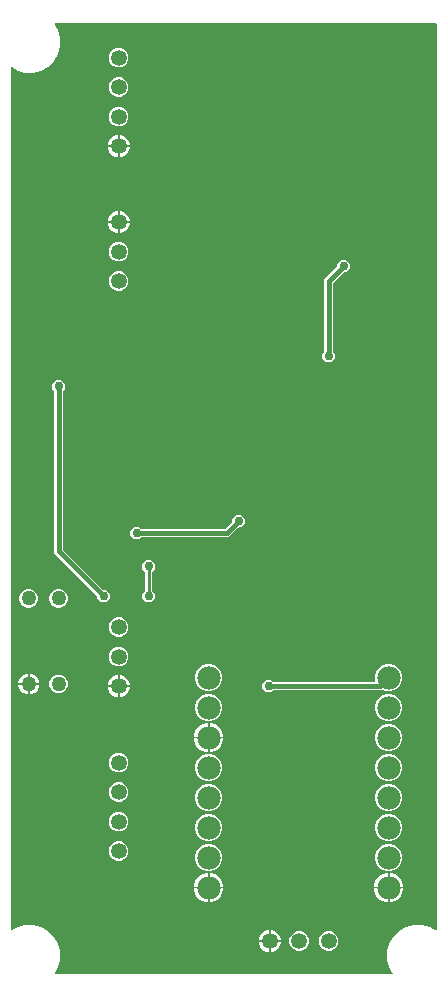
<source format=gbr>
G04 EAGLE Gerber RS-274X export*
G75*
%MOMM*%
%FSLAX34Y34*%
%LPD*%
%INBottom Copper*%
%IPPOS*%
%AMOC8*
5,1,8,0,0,1.08239X$1,22.5*%
G01*
G04 Define Apertures*
%ADD10C,1.348000*%
%ADD11C,1.260000*%
%ADD12C,1.980000*%
%ADD13C,0.756400*%
%ADD14C,0.406400*%
%ADD15C,0.254000*%
G36*
X79045Y-434280D02*
X78748Y-434340D01*
X-205748Y-434340D01*
X-206108Y-434250D01*
X-206341Y-434056D01*
X-206481Y-433787D01*
X-206504Y-433485D01*
X-206408Y-433197D01*
X-203704Y-428514D01*
X-201930Y-421893D01*
X-201930Y-415037D01*
X-203704Y-408416D01*
X-207132Y-402479D01*
X-211979Y-397632D01*
X-217916Y-394204D01*
X-224537Y-392430D01*
X-231393Y-392430D01*
X-238014Y-394204D01*
X-242697Y-396908D01*
X-243054Y-397010D01*
X-243353Y-396959D01*
X-243608Y-396795D01*
X-243780Y-396545D01*
X-243840Y-396248D01*
X-243840Y332748D01*
X-243750Y333108D01*
X-243556Y333341D01*
X-243287Y333481D01*
X-242985Y333504D01*
X-242697Y333408D01*
X-238014Y330704D01*
X-231393Y328930D01*
X-224537Y328930D01*
X-217916Y330704D01*
X-211979Y334132D01*
X-207132Y338979D01*
X-203704Y344916D01*
X-201930Y351537D01*
X-201930Y358393D01*
X-203704Y365014D01*
X-206408Y369697D01*
X-206510Y370054D01*
X-206459Y370353D01*
X-206295Y370608D01*
X-206045Y370780D01*
X-205748Y370840D01*
X116078Y370840D01*
X116353Y370789D01*
X116608Y370625D01*
X116780Y370375D01*
X116840Y370078D01*
X116840Y-396248D01*
X116750Y-396608D01*
X116556Y-396841D01*
X116287Y-396981D01*
X115985Y-397004D01*
X115697Y-396908D01*
X111014Y-394204D01*
X104393Y-392430D01*
X97537Y-392430D01*
X90916Y-394204D01*
X84979Y-397632D01*
X80132Y-402479D01*
X76704Y-408416D01*
X74930Y-415037D01*
X74930Y-421893D01*
X76704Y-428514D01*
X79408Y-433197D01*
X79510Y-433554D01*
X79459Y-433853D01*
X79295Y-434108D01*
X79045Y-434280D01*
G37*
%LPC*%
G36*
X-154044Y333436D02*
X-150756Y333436D01*
X-147719Y334694D01*
X-145394Y337019D01*
X-144136Y340056D01*
X-144136Y343344D01*
X-145394Y346381D01*
X-147719Y348706D01*
X-150756Y349964D01*
X-154044Y349964D01*
X-157081Y348706D01*
X-159406Y346381D01*
X-160664Y343344D01*
X-160664Y340056D01*
X-159406Y337019D01*
X-157081Y334694D01*
X-154044Y333436D01*
G37*
G36*
X-154044Y308436D02*
X-150756Y308436D01*
X-147719Y309694D01*
X-145394Y312019D01*
X-144136Y315056D01*
X-144136Y318344D01*
X-145394Y321381D01*
X-147719Y323706D01*
X-150756Y324964D01*
X-154044Y324964D01*
X-157081Y323706D01*
X-159406Y321381D01*
X-160664Y318344D01*
X-160664Y315056D01*
X-159406Y312019D01*
X-157081Y309694D01*
X-154044Y308436D01*
G37*
G36*
X-154044Y283436D02*
X-150756Y283436D01*
X-147719Y284694D01*
X-145394Y287019D01*
X-144136Y290056D01*
X-144136Y293344D01*
X-145394Y296381D01*
X-147719Y298706D01*
X-150756Y299964D01*
X-154044Y299964D01*
X-157081Y298706D01*
X-159406Y296381D01*
X-160664Y293344D01*
X-160664Y290056D01*
X-159406Y287019D01*
X-157081Y284694D01*
X-154044Y283436D01*
G37*
G36*
X-161680Y267462D02*
X-153162Y267462D01*
X-153162Y275980D01*
X-154246Y275980D01*
X-157657Y274567D01*
X-160267Y271957D01*
X-161680Y268546D01*
X-161680Y267462D01*
G37*
G36*
X-151638Y267462D02*
X-143120Y267462D01*
X-143120Y268546D01*
X-144533Y271957D01*
X-147143Y274567D01*
X-150554Y275980D01*
X-151638Y275980D01*
X-151638Y267462D01*
G37*
G36*
X-151638Y257420D02*
X-150554Y257420D01*
X-147143Y258833D01*
X-144533Y261443D01*
X-143120Y264854D01*
X-143120Y265938D01*
X-151638Y265938D01*
X-151638Y257420D01*
G37*
G36*
X-154246Y257420D02*
X-153162Y257420D01*
X-153162Y265938D01*
X-161680Y265938D01*
X-161680Y264854D01*
X-160267Y261443D01*
X-157657Y258833D01*
X-154246Y257420D01*
G37*
G36*
X-161680Y203162D02*
X-153162Y203162D01*
X-153162Y211680D01*
X-154246Y211680D01*
X-157657Y210267D01*
X-160267Y207657D01*
X-161680Y204246D01*
X-161680Y203162D01*
G37*
G36*
X-151638Y203162D02*
X-143120Y203162D01*
X-143120Y204246D01*
X-144533Y207657D01*
X-147143Y210267D01*
X-150554Y211680D01*
X-151638Y211680D01*
X-151638Y203162D01*
G37*
G36*
X-151638Y193120D02*
X-150554Y193120D01*
X-147143Y194533D01*
X-144533Y197143D01*
X-143120Y200554D01*
X-143120Y201638D01*
X-151638Y201638D01*
X-151638Y193120D01*
G37*
G36*
X-154246Y193120D02*
X-153162Y193120D01*
X-153162Y201638D01*
X-161680Y201638D01*
X-161680Y200554D01*
X-160267Y197143D01*
X-157657Y194533D01*
X-154246Y193120D01*
G37*
G36*
X-154044Y169136D02*
X-150756Y169136D01*
X-147719Y170394D01*
X-145394Y172719D01*
X-144136Y175756D01*
X-144136Y179044D01*
X-145394Y182081D01*
X-147719Y184406D01*
X-150756Y185664D01*
X-154044Y185664D01*
X-157081Y184406D01*
X-159406Y182081D01*
X-160664Y179044D01*
X-160664Y175756D01*
X-159406Y172719D01*
X-157081Y170394D01*
X-154044Y169136D01*
G37*
G36*
X23202Y83594D02*
X27598Y83594D01*
X30706Y86702D01*
X30706Y91098D01*
X29179Y92625D01*
X29016Y92866D01*
X28956Y93163D01*
X28956Y150611D01*
X29012Y150897D01*
X29179Y151150D01*
X37600Y159571D01*
X37841Y159734D01*
X38139Y159794D01*
X40298Y159794D01*
X43406Y162902D01*
X43406Y167298D01*
X40298Y170406D01*
X35902Y170406D01*
X32794Y167298D01*
X32794Y165139D01*
X32738Y164853D01*
X32571Y164600D01*
X21844Y153873D01*
X21844Y93163D01*
X21788Y92877D01*
X21621Y92625D01*
X20094Y91098D01*
X20094Y86702D01*
X23202Y83594D01*
G37*
G36*
X-154044Y144136D02*
X-150756Y144136D01*
X-147719Y145394D01*
X-145394Y147719D01*
X-144136Y150756D01*
X-144136Y154044D01*
X-145394Y157081D01*
X-147719Y159406D01*
X-150756Y160664D01*
X-154044Y160664D01*
X-157081Y159406D01*
X-159406Y157081D01*
X-160664Y154044D01*
X-160664Y150756D01*
X-159406Y147719D01*
X-157081Y145394D01*
X-154044Y144136D01*
G37*
G36*
X-167298Y-119606D02*
X-162902Y-119606D01*
X-159794Y-116498D01*
X-159794Y-112102D01*
X-162902Y-108994D01*
X-165061Y-108994D01*
X-165347Y-108938D01*
X-165600Y-108771D01*
X-199421Y-74950D01*
X-199584Y-74709D01*
X-199644Y-74411D01*
X-199644Y59237D01*
X-199588Y59523D01*
X-199421Y59775D01*
X-197894Y61302D01*
X-197894Y65698D01*
X-201002Y68806D01*
X-205398Y68806D01*
X-208506Y65698D01*
X-208506Y61302D01*
X-206979Y59775D01*
X-206816Y59534D01*
X-206756Y59237D01*
X-206756Y-77673D01*
X-170629Y-113800D01*
X-170466Y-114041D01*
X-170406Y-114339D01*
X-170406Y-116498D01*
X-167298Y-119606D01*
G37*
G36*
X-139358Y-66266D02*
X-134962Y-66266D01*
X-133435Y-64739D01*
X-133194Y-64576D01*
X-132897Y-64516D01*
X-59487Y-64516D01*
X-51300Y-56329D01*
X-51059Y-56166D01*
X-50761Y-56106D01*
X-48602Y-56106D01*
X-45494Y-52998D01*
X-45494Y-48602D01*
X-48602Y-45494D01*
X-52998Y-45494D01*
X-56106Y-48602D01*
X-56106Y-50761D01*
X-56162Y-51047D01*
X-56329Y-51300D01*
X-62210Y-57181D01*
X-62451Y-57344D01*
X-62749Y-57404D01*
X-132897Y-57404D01*
X-133183Y-57348D01*
X-133435Y-57181D01*
X-134962Y-55654D01*
X-139358Y-55654D01*
X-142466Y-58762D01*
X-142466Y-63158D01*
X-139358Y-66266D01*
G37*
G36*
X-129198Y-119606D02*
X-124802Y-119606D01*
X-121694Y-116498D01*
X-121694Y-112102D01*
X-123983Y-109813D01*
X-124146Y-109572D01*
X-124206Y-109275D01*
X-124206Y-93925D01*
X-124150Y-93639D01*
X-123983Y-93387D01*
X-121694Y-91098D01*
X-121694Y-86702D01*
X-124802Y-83594D01*
X-129198Y-83594D01*
X-132306Y-86702D01*
X-132306Y-91098D01*
X-130017Y-93387D01*
X-129854Y-93628D01*
X-129794Y-93925D01*
X-129794Y-109275D01*
X-129850Y-109561D01*
X-130017Y-109813D01*
X-132306Y-112102D01*
X-132306Y-116498D01*
X-129198Y-119606D01*
G37*
G36*
X-204756Y-124024D02*
X-201644Y-124024D01*
X-198768Y-122833D01*
X-196567Y-120632D01*
X-195376Y-117756D01*
X-195376Y-114644D01*
X-196567Y-111768D01*
X-198768Y-109567D01*
X-201644Y-108376D01*
X-204756Y-108376D01*
X-207632Y-109567D01*
X-209833Y-111768D01*
X-211024Y-114644D01*
X-211024Y-117756D01*
X-209833Y-120632D01*
X-207632Y-122833D01*
X-204756Y-124024D01*
G37*
G36*
X-230156Y-124024D02*
X-227044Y-124024D01*
X-224168Y-122833D01*
X-221967Y-120632D01*
X-220776Y-117756D01*
X-220776Y-114644D01*
X-221967Y-111768D01*
X-224168Y-109567D01*
X-227044Y-108376D01*
X-230156Y-108376D01*
X-233032Y-109567D01*
X-235233Y-111768D01*
X-236424Y-114644D01*
X-236424Y-117756D01*
X-235233Y-120632D01*
X-233032Y-122833D01*
X-230156Y-124024D01*
G37*
G36*
X-154044Y-148764D02*
X-150756Y-148764D01*
X-147719Y-147506D01*
X-145394Y-145181D01*
X-144136Y-142144D01*
X-144136Y-138856D01*
X-145394Y-135819D01*
X-147719Y-133494D01*
X-150756Y-132236D01*
X-154044Y-132236D01*
X-157081Y-133494D01*
X-159406Y-135819D01*
X-160664Y-138856D01*
X-160664Y-142144D01*
X-159406Y-145181D01*
X-157081Y-147506D01*
X-154044Y-148764D01*
G37*
G36*
X-154044Y-173764D02*
X-150756Y-173764D01*
X-147719Y-172506D01*
X-145394Y-170181D01*
X-144136Y-167144D01*
X-144136Y-163856D01*
X-145394Y-160819D01*
X-147719Y-158494D01*
X-150756Y-157236D01*
X-154044Y-157236D01*
X-157081Y-158494D01*
X-159406Y-160819D01*
X-160664Y-163856D01*
X-160664Y-167144D01*
X-159406Y-170181D01*
X-157081Y-172506D01*
X-154044Y-173764D01*
G37*
G36*
X-78472Y-194564D02*
X-73928Y-194564D01*
X-69729Y-192825D01*
X-66515Y-189611D01*
X-64776Y-185412D01*
X-64776Y-180868D01*
X-66515Y-176669D01*
X-69729Y-173455D01*
X-73928Y-171716D01*
X-78472Y-171716D01*
X-82671Y-173455D01*
X-85885Y-176669D01*
X-87624Y-180868D01*
X-87624Y-185412D01*
X-85885Y-189611D01*
X-82671Y-192825D01*
X-78472Y-194564D01*
G37*
G36*
X-27598Y-195806D02*
X-23202Y-195806D01*
X-21675Y-194279D01*
X-21434Y-194116D01*
X-21137Y-194056D01*
X70313Y-194056D01*
X70652Y-193717D01*
X70888Y-193556D01*
X71185Y-193493D01*
X71483Y-193551D01*
X73928Y-194564D01*
X78472Y-194564D01*
X82671Y-192825D01*
X85885Y-189611D01*
X87624Y-185412D01*
X87624Y-180868D01*
X85885Y-176669D01*
X82671Y-173455D01*
X78472Y-171716D01*
X73928Y-171716D01*
X69729Y-173455D01*
X66515Y-176669D01*
X64776Y-180868D01*
X64776Y-185412D01*
X64974Y-185890D01*
X65032Y-186158D01*
X64981Y-186457D01*
X64817Y-186712D01*
X64567Y-186884D01*
X64270Y-186944D01*
X-21137Y-186944D01*
X-21423Y-186888D01*
X-21675Y-186721D01*
X-23202Y-185194D01*
X-27598Y-185194D01*
X-30706Y-188302D01*
X-30706Y-192698D01*
X-27598Y-195806D01*
G37*
G36*
X-237440Y-187838D02*
X-229362Y-187838D01*
X-229362Y-179760D01*
X-230358Y-179760D01*
X-233607Y-181106D01*
X-236094Y-183593D01*
X-237440Y-186842D01*
X-237440Y-187838D01*
G37*
G36*
X-227838Y-187838D02*
X-219760Y-187838D01*
X-219760Y-186842D01*
X-221106Y-183593D01*
X-223593Y-181106D01*
X-226842Y-179760D01*
X-227838Y-179760D01*
X-227838Y-187838D01*
G37*
G36*
X-204756Y-196424D02*
X-201644Y-196424D01*
X-198768Y-195233D01*
X-196567Y-193032D01*
X-195376Y-190156D01*
X-195376Y-187044D01*
X-196567Y-184168D01*
X-198768Y-181967D01*
X-201644Y-180776D01*
X-204756Y-180776D01*
X-207632Y-181967D01*
X-209833Y-184168D01*
X-211024Y-187044D01*
X-211024Y-190156D01*
X-209833Y-193032D01*
X-207632Y-195233D01*
X-204756Y-196424D01*
G37*
G36*
X-161680Y-189738D02*
X-153162Y-189738D01*
X-153162Y-181220D01*
X-154246Y-181220D01*
X-157657Y-182633D01*
X-160267Y-185243D01*
X-161680Y-188654D01*
X-161680Y-189738D01*
G37*
G36*
X-151638Y-189738D02*
X-143120Y-189738D01*
X-143120Y-188654D01*
X-144533Y-185243D01*
X-147143Y-182633D01*
X-150554Y-181220D01*
X-151638Y-181220D01*
X-151638Y-189738D01*
G37*
G36*
X-230358Y-197440D02*
X-229362Y-197440D01*
X-229362Y-189362D01*
X-237440Y-189362D01*
X-237440Y-190358D01*
X-236094Y-193607D01*
X-233607Y-196094D01*
X-230358Y-197440D01*
G37*
G36*
X-227838Y-197440D02*
X-226842Y-197440D01*
X-223593Y-196094D01*
X-221106Y-193607D01*
X-219760Y-190358D01*
X-219760Y-189362D01*
X-227838Y-189362D01*
X-227838Y-197440D01*
G37*
G36*
X-151638Y-199780D02*
X-150554Y-199780D01*
X-147143Y-198367D01*
X-144533Y-195757D01*
X-143120Y-192346D01*
X-143120Y-191262D01*
X-151638Y-191262D01*
X-151638Y-199780D01*
G37*
G36*
X-154246Y-199780D02*
X-153162Y-199780D01*
X-153162Y-191262D01*
X-161680Y-191262D01*
X-161680Y-192346D01*
X-160267Y-195757D01*
X-157657Y-198367D01*
X-154246Y-199780D01*
G37*
G36*
X73928Y-219964D02*
X78472Y-219964D01*
X82671Y-218225D01*
X85885Y-215011D01*
X87624Y-210812D01*
X87624Y-206268D01*
X85885Y-202069D01*
X82671Y-198855D01*
X78472Y-197116D01*
X73928Y-197116D01*
X69729Y-198855D01*
X66515Y-202069D01*
X64776Y-206268D01*
X64776Y-210812D01*
X66515Y-215011D01*
X69729Y-218225D01*
X73928Y-219964D01*
G37*
G36*
X-78472Y-219964D02*
X-73928Y-219964D01*
X-69729Y-218225D01*
X-66515Y-215011D01*
X-64776Y-210812D01*
X-64776Y-206268D01*
X-66515Y-202069D01*
X-69729Y-198855D01*
X-73928Y-197116D01*
X-78472Y-197116D01*
X-82671Y-198855D01*
X-85885Y-202069D01*
X-87624Y-206268D01*
X-87624Y-210812D01*
X-85885Y-215011D01*
X-82671Y-218225D01*
X-78472Y-219964D01*
G37*
G36*
X-88640Y-233178D02*
X-76962Y-233178D01*
X-76962Y-221500D01*
X-78674Y-221500D01*
X-83247Y-223394D01*
X-86746Y-226893D01*
X-88640Y-231466D01*
X-88640Y-233178D01*
G37*
G36*
X-75438Y-233178D02*
X-63760Y-233178D01*
X-63760Y-231466D01*
X-65654Y-226893D01*
X-69153Y-223394D01*
X-73726Y-221500D01*
X-75438Y-221500D01*
X-75438Y-233178D01*
G37*
G36*
X73928Y-245364D02*
X78472Y-245364D01*
X82671Y-243625D01*
X85885Y-240411D01*
X87624Y-236212D01*
X87624Y-231668D01*
X85885Y-227469D01*
X82671Y-224255D01*
X78472Y-222516D01*
X73928Y-222516D01*
X69729Y-224255D01*
X66515Y-227469D01*
X64776Y-231668D01*
X64776Y-236212D01*
X66515Y-240411D01*
X69729Y-243625D01*
X73928Y-245364D01*
G37*
G36*
X-75438Y-246380D02*
X-73726Y-246380D01*
X-69153Y-244486D01*
X-65654Y-240987D01*
X-63760Y-236414D01*
X-63760Y-234702D01*
X-75438Y-234702D01*
X-75438Y-246380D01*
G37*
G36*
X-78674Y-246380D02*
X-76962Y-246380D01*
X-76962Y-234702D01*
X-88640Y-234702D01*
X-88640Y-236414D01*
X-86746Y-240987D01*
X-83247Y-244486D01*
X-78674Y-246380D01*
G37*
G36*
X-154044Y-263464D02*
X-150756Y-263464D01*
X-147719Y-262206D01*
X-145394Y-259881D01*
X-144136Y-256844D01*
X-144136Y-253556D01*
X-145394Y-250519D01*
X-147719Y-248194D01*
X-150756Y-246936D01*
X-154044Y-246936D01*
X-157081Y-248194D01*
X-159406Y-250519D01*
X-160664Y-253556D01*
X-160664Y-256844D01*
X-159406Y-259881D01*
X-157081Y-262206D01*
X-154044Y-263464D01*
G37*
G36*
X73928Y-270764D02*
X78472Y-270764D01*
X82671Y-269025D01*
X85885Y-265811D01*
X87624Y-261612D01*
X87624Y-257068D01*
X85885Y-252869D01*
X82671Y-249655D01*
X78472Y-247916D01*
X73928Y-247916D01*
X69729Y-249655D01*
X66515Y-252869D01*
X64776Y-257068D01*
X64776Y-261612D01*
X66515Y-265811D01*
X69729Y-269025D01*
X73928Y-270764D01*
G37*
G36*
X-78472Y-270764D02*
X-73928Y-270764D01*
X-69729Y-269025D01*
X-66515Y-265811D01*
X-64776Y-261612D01*
X-64776Y-257068D01*
X-66515Y-252869D01*
X-69729Y-249655D01*
X-73928Y-247916D01*
X-78472Y-247916D01*
X-82671Y-249655D01*
X-85885Y-252869D01*
X-87624Y-257068D01*
X-87624Y-261612D01*
X-85885Y-265811D01*
X-82671Y-269025D01*
X-78472Y-270764D01*
G37*
G36*
X-154044Y-288464D02*
X-150756Y-288464D01*
X-147719Y-287206D01*
X-145394Y-284881D01*
X-144136Y-281844D01*
X-144136Y-278556D01*
X-145394Y-275519D01*
X-147719Y-273194D01*
X-150756Y-271936D01*
X-154044Y-271936D01*
X-157081Y-273194D01*
X-159406Y-275519D01*
X-160664Y-278556D01*
X-160664Y-281844D01*
X-159406Y-284881D01*
X-157081Y-287206D01*
X-154044Y-288464D01*
G37*
G36*
X73928Y-296164D02*
X78472Y-296164D01*
X82671Y-294425D01*
X85885Y-291211D01*
X87624Y-287012D01*
X87624Y-282468D01*
X85885Y-278269D01*
X82671Y-275055D01*
X78472Y-273316D01*
X73928Y-273316D01*
X69729Y-275055D01*
X66515Y-278269D01*
X64776Y-282468D01*
X64776Y-287012D01*
X66515Y-291211D01*
X69729Y-294425D01*
X73928Y-296164D01*
G37*
G36*
X-78472Y-296164D02*
X-73928Y-296164D01*
X-69729Y-294425D01*
X-66515Y-291211D01*
X-64776Y-287012D01*
X-64776Y-282468D01*
X-66515Y-278269D01*
X-69729Y-275055D01*
X-73928Y-273316D01*
X-78472Y-273316D01*
X-82671Y-275055D01*
X-85885Y-278269D01*
X-87624Y-282468D01*
X-87624Y-287012D01*
X-85885Y-291211D01*
X-82671Y-294425D01*
X-78472Y-296164D01*
G37*
G36*
X-154044Y-313464D02*
X-150756Y-313464D01*
X-147719Y-312206D01*
X-145394Y-309881D01*
X-144136Y-306844D01*
X-144136Y-303556D01*
X-145394Y-300519D01*
X-147719Y-298194D01*
X-150756Y-296936D01*
X-154044Y-296936D01*
X-157081Y-298194D01*
X-159406Y-300519D01*
X-160664Y-303556D01*
X-160664Y-306844D01*
X-159406Y-309881D01*
X-157081Y-312206D01*
X-154044Y-313464D01*
G37*
G36*
X73928Y-321564D02*
X78472Y-321564D01*
X82671Y-319825D01*
X85885Y-316611D01*
X87624Y-312412D01*
X87624Y-307868D01*
X85885Y-303669D01*
X82671Y-300455D01*
X78472Y-298716D01*
X73928Y-298716D01*
X69729Y-300455D01*
X66515Y-303669D01*
X64776Y-307868D01*
X64776Y-312412D01*
X66515Y-316611D01*
X69729Y-319825D01*
X73928Y-321564D01*
G37*
G36*
X-78472Y-321564D02*
X-73928Y-321564D01*
X-69729Y-319825D01*
X-66515Y-316611D01*
X-64776Y-312412D01*
X-64776Y-307868D01*
X-66515Y-303669D01*
X-69729Y-300455D01*
X-73928Y-298716D01*
X-78472Y-298716D01*
X-82671Y-300455D01*
X-85885Y-303669D01*
X-87624Y-307868D01*
X-87624Y-312412D01*
X-85885Y-316611D01*
X-82671Y-319825D01*
X-78472Y-321564D01*
G37*
G36*
X-154044Y-338464D02*
X-150756Y-338464D01*
X-147719Y-337206D01*
X-145394Y-334881D01*
X-144136Y-331844D01*
X-144136Y-328556D01*
X-145394Y-325519D01*
X-147719Y-323194D01*
X-150756Y-321936D01*
X-154044Y-321936D01*
X-157081Y-323194D01*
X-159406Y-325519D01*
X-160664Y-328556D01*
X-160664Y-331844D01*
X-159406Y-334881D01*
X-157081Y-337206D01*
X-154044Y-338464D01*
G37*
G36*
X-78472Y-346964D02*
X-73928Y-346964D01*
X-69729Y-345225D01*
X-66515Y-342011D01*
X-64776Y-337812D01*
X-64776Y-333268D01*
X-66515Y-329069D01*
X-69729Y-325855D01*
X-73928Y-324116D01*
X-78472Y-324116D01*
X-82671Y-325855D01*
X-85885Y-329069D01*
X-87624Y-333268D01*
X-87624Y-337812D01*
X-85885Y-342011D01*
X-82671Y-345225D01*
X-78472Y-346964D01*
G37*
G36*
X73928Y-346964D02*
X78472Y-346964D01*
X82671Y-345225D01*
X85885Y-342011D01*
X87624Y-337812D01*
X87624Y-333268D01*
X85885Y-329069D01*
X82671Y-325855D01*
X78472Y-324116D01*
X73928Y-324116D01*
X69729Y-325855D01*
X66515Y-329069D01*
X64776Y-333268D01*
X64776Y-337812D01*
X66515Y-342011D01*
X69729Y-345225D01*
X73928Y-346964D01*
G37*
G36*
X63760Y-360178D02*
X75438Y-360178D01*
X75438Y-348500D01*
X73726Y-348500D01*
X69153Y-350394D01*
X65654Y-353893D01*
X63760Y-358466D01*
X63760Y-360178D01*
G37*
G36*
X-88640Y-360178D02*
X-76962Y-360178D01*
X-76962Y-348500D01*
X-78674Y-348500D01*
X-83247Y-350394D01*
X-86746Y-353893D01*
X-88640Y-358466D01*
X-88640Y-360178D01*
G37*
G36*
X-75438Y-360178D02*
X-63760Y-360178D01*
X-63760Y-358466D01*
X-65654Y-353893D01*
X-69153Y-350394D01*
X-73726Y-348500D01*
X-75438Y-348500D01*
X-75438Y-360178D01*
G37*
G36*
X76962Y-360178D02*
X88640Y-360178D01*
X88640Y-358466D01*
X86746Y-353893D01*
X83247Y-350394D01*
X78674Y-348500D01*
X76962Y-348500D01*
X76962Y-360178D01*
G37*
G36*
X76962Y-373380D02*
X78674Y-373380D01*
X83247Y-371486D01*
X86746Y-367987D01*
X88640Y-363414D01*
X88640Y-361702D01*
X76962Y-361702D01*
X76962Y-373380D01*
G37*
G36*
X73726Y-373380D02*
X75438Y-373380D01*
X75438Y-361702D01*
X63760Y-361702D01*
X63760Y-363414D01*
X65654Y-367987D01*
X69153Y-371486D01*
X73726Y-373380D01*
G37*
G36*
X-75438Y-373380D02*
X-73726Y-373380D01*
X-69153Y-371486D01*
X-65654Y-367987D01*
X-63760Y-363414D01*
X-63760Y-361702D01*
X-75438Y-361702D01*
X-75438Y-373380D01*
G37*
G36*
X-78674Y-373380D02*
X-76962Y-373380D01*
X-76962Y-361702D01*
X-88640Y-361702D01*
X-88640Y-363414D01*
X-86746Y-367987D01*
X-83247Y-371486D01*
X-78674Y-373380D01*
G37*
G36*
X-33880Y-405638D02*
X-25362Y-405638D01*
X-25362Y-397120D01*
X-26446Y-397120D01*
X-29857Y-398533D01*
X-32467Y-401143D01*
X-33880Y-404554D01*
X-33880Y-405638D01*
G37*
G36*
X-23838Y-405638D02*
X-15320Y-405638D01*
X-15320Y-404554D01*
X-16733Y-401143D01*
X-19343Y-398533D01*
X-22754Y-397120D01*
X-23838Y-397120D01*
X-23838Y-405638D01*
G37*
G36*
X23756Y-414664D02*
X27044Y-414664D01*
X30081Y-413406D01*
X32406Y-411081D01*
X33664Y-408044D01*
X33664Y-404756D01*
X32406Y-401719D01*
X30081Y-399394D01*
X27044Y-398136D01*
X23756Y-398136D01*
X20719Y-399394D01*
X18394Y-401719D01*
X17136Y-404756D01*
X17136Y-408044D01*
X18394Y-411081D01*
X20719Y-413406D01*
X23756Y-414664D01*
G37*
G36*
X-1244Y-414664D02*
X2044Y-414664D01*
X5081Y-413406D01*
X7406Y-411081D01*
X8664Y-408044D01*
X8664Y-404756D01*
X7406Y-401719D01*
X5081Y-399394D01*
X2044Y-398136D01*
X-1244Y-398136D01*
X-4281Y-399394D01*
X-6606Y-401719D01*
X-7864Y-404756D01*
X-7864Y-408044D01*
X-6606Y-411081D01*
X-4281Y-413406D01*
X-1244Y-414664D01*
G37*
G36*
X-23838Y-415680D02*
X-22754Y-415680D01*
X-19343Y-414267D01*
X-16733Y-411657D01*
X-15320Y-408246D01*
X-15320Y-407162D01*
X-23838Y-407162D01*
X-23838Y-415680D01*
G37*
G36*
X-26446Y-415680D02*
X-25362Y-415680D01*
X-25362Y-407162D01*
X-33880Y-407162D01*
X-33880Y-408246D01*
X-32467Y-411657D01*
X-29857Y-414267D01*
X-26446Y-415680D01*
G37*
%LPD*%
D10*
X-152400Y-190500D03*
X-152400Y-165500D03*
X-152400Y-140500D03*
X-152400Y266700D03*
X-152400Y291700D03*
X-152400Y316700D03*
X-152400Y341700D03*
X-152400Y-330200D03*
X-152400Y-305200D03*
X-152400Y-280200D03*
X-152400Y-255200D03*
X25400Y-406400D03*
X400Y-406400D03*
X-24600Y-406400D03*
X-152400Y152400D03*
X-152400Y177400D03*
X-152400Y202400D03*
D11*
X-203200Y-188600D03*
X-203200Y-116200D03*
X-228600Y-188600D03*
X-228600Y-116200D03*
D12*
X-76200Y-360940D03*
X-76200Y-335540D03*
X-76200Y-310140D03*
X-76200Y-284740D03*
X-76200Y-259340D03*
X-76200Y-233940D03*
X-76200Y-208540D03*
X-76200Y-183140D03*
X76200Y-183140D03*
X76200Y-208540D03*
X76200Y-233940D03*
X76200Y-259340D03*
X76200Y-284740D03*
X76200Y-310140D03*
X76200Y-335540D03*
X76200Y-360940D03*
D13*
X-25400Y-190500D03*
D14*
X68840Y-190500D01*
X76200Y-183140D01*
D13*
X-203200Y63500D03*
D14*
X-203200Y-76200D01*
X-165100Y-114300D01*
D13*
X-165100Y-114300D03*
X-76200Y177800D03*
X76200Y177800D03*
X-76200Y50800D03*
X76200Y50800D03*
X76200Y-76200D03*
X-76200Y-76200D03*
X0Y-101600D03*
X-177800Y-63500D03*
X-76200Y304800D03*
X76200Y304800D03*
X25400Y88900D03*
D14*
X25400Y152400D01*
X38100Y165100D01*
D13*
X38100Y165100D03*
X-137160Y-60960D03*
D14*
X-60960Y-60960D01*
X-50800Y-50800D01*
D13*
X-50800Y-50800D03*
X-127000Y-88900D03*
D15*
X-127000Y-114300D01*
D13*
X-127000Y-114300D03*
M02*

</source>
